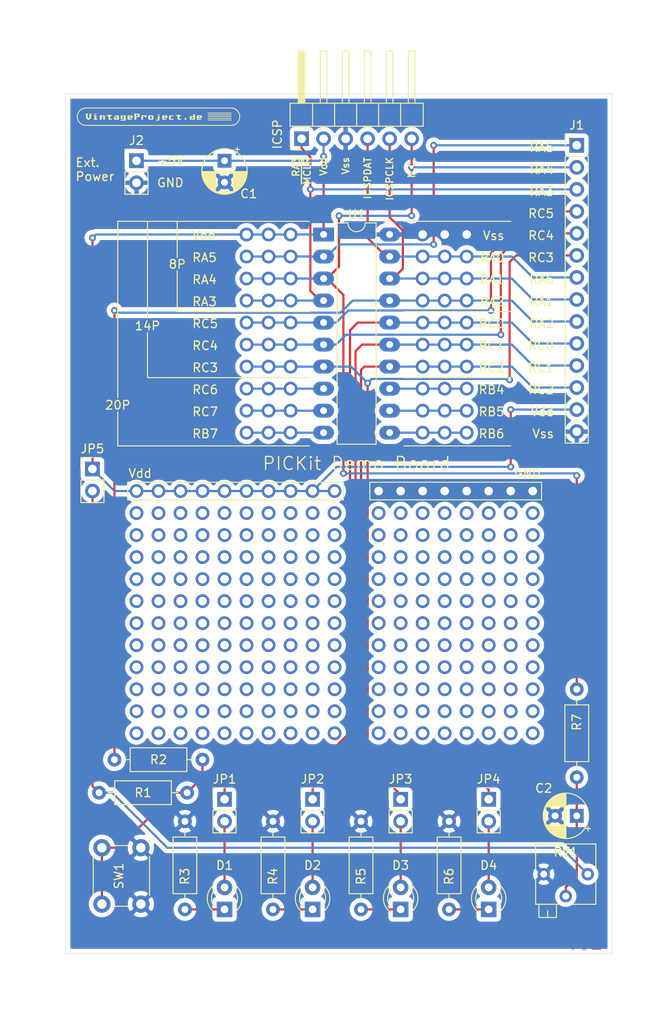
<source format=kicad_pcb>
(kicad_pcb (version 20171130) (host pcbnew "(5.1.4)-1")
  (title_block (title "MicroChip PICKit 3 Demo Board") (date 2019-05-31) (rev v01))
  (layers (0 F.Cu signal) (31 B.Cu signal) (34 B.Paste user) (35 F.Paste user) (36 B.SilkS user) (37 F.SilkS user) (38 B.Mask user) (39 F.Mask user) (44 Edge.Cuts user))
  (net 0 "")
  (net 1 GND)
  (net 2 +5V)
  (net 3 "Net-(C2-Pad1)")
  (net 4 "Net-(D1-Pad1)")
  (net 5 "Net-(D1-Pad2)")
  (net 6 "Net-(D2-Pad2)")
  (net 7 "Net-(D2-Pad1)")
  (net 8 "Net-(D3-Pad1)")
  (net 9 "Net-(D3-Pad2)")
  (net 10 "Net-(D4-Pad2)")
  (net 11 "Net-(D4-Pad1)")
  (net 12 RA5)
  (net 13 RA4_T1G)
  (net 14 RA3_~MCLR~_Vpp)
  (net 15 RC5)
  (net 16 RC4)
  (net 17 RC3)
  (net 18 RA0_ICSPDAT)
  (net 19 RA1_ICSPCLK)
  (net 20 RA2)
  (net 21 RC0)
  (net 22 RC1)
  (net 23 RC2)
  (net 24 "Net-(JP5-Pad2)")
  (net 25 "Net-(R1-Pad2)")
  (net 26 RB6)
  (net 27 RB5)
  (net 28 RB4)
  (net 29 RC6)
  (net 30 RC7)
  (net 31 RB7)
  (module C64_KiCad:LOGO_VintageProject_F.SilkS (layer F.Cu) (at 104.14 38.1)
    (fp_text reference G*** hide)
    (fp_text value LOGO_VintageProject_F.SilkS hide)
  )
  (module Resistor_THT:R_Axial_DIN0207_L6.3mm_D2.5mm_P10.16mm_Horizontal (layer F.Cu) (at 107.188 119.38 270)
    (fp_text reference R3 (at 6.35 0 90) (layer F.SilkS))
    (fp_text value 470R)
    (pad 2 thru_hole oval (at 10.16 0 270) (size 1.6 1.6) (drill 0.8) (layers *.Cu *.Mask) (net 4 "Net-(D1-Pad1)"))
    (pad 1 thru_hole circle (at 0 0 270) (size 1.6 1.6) (drill 0.8) (layers *.Cu *.Mask) (net 1 GND))
  )
  (module Resistor_THT:R_Axial_DIN0207_L6.3mm_D2.5mm_P10.16mm_Horizontal (layer F.Cu) (at 97.282 116.078)
    (fp_text reference R1 (at 5.08 0) (layer F.SilkS))
    (fp_text value 10k)
    (pad 2 thru_hole oval (at 10.16 0) (size 1.6 1.6) (drill 0.8) (layers *.Cu *.Mask) (net 25 "Net-(R1-Pad2)"))
    (pad 1 thru_hole circle (at 0 0) (size 1.6 1.6) (drill 0.8) (layers *.Cu *.Mask) (net 24 "Net-(JP5-Pad2)"))
  )
  (module Resistor_THT:R_Axial_DIN0207_L6.3mm_D2.5mm_P10.16mm_Horizontal (layer F.Cu) (at 109.22 112.268 180)
    (fp_text reference R2 (at 5.08 0) (layer F.SilkS))
    (fp_text value 1k)
    (pad 2 thru_hole oval (at 10.16 0 180) (size 1.6 1.6) (drill 0.8) (layers *.Cu *.Mask) (net 20 RA2))
    (pad 1 thru_hole circle (at 0 0 180) (size 1.6 1.6) (drill 0.8) (layers *.Cu *.Mask) (net 25 "Net-(R1-Pad2)"))
  )
  (module Resistor_THT:R_Axial_DIN0207_L6.3mm_D2.5mm_P10.16mm_Horizontal (layer F.Cu) (at 117.348 119.38 270)
    (fp_text reference R4 (at 6.35 0 90) (layer F.SilkS))
    (fp_text value 470R)
    (pad 2 thru_hole oval (at 10.16 0 270) (size 1.6 1.6) (drill 0.8) (layers *.Cu *.Mask) (net 7 "Net-(D2-Pad1)"))
    (pad 1 thru_hole circle (at 0 0 270) (size 1.6 1.6) (drill 0.8) (layers *.Cu *.Mask) (net 1 GND))
  )
  (module Resistor_THT:R_Axial_DIN0207_L6.3mm_D2.5mm_P10.16mm_Horizontal (layer F.Cu) (at 127.508 119.38 270)
    (fp_text reference R5 (at 6.35 0 90) (layer F.SilkS))
    (fp_text value 470R)
    (pad 2 thru_hole oval (at 10.16 0 270) (size 1.6 1.6) (drill 0.8) (layers *.Cu *.Mask) (net 8 "Net-(D3-Pad1)"))
    (pad 1 thru_hole circle (at 0 0 270) (size 1.6 1.6) (drill 0.8) (layers *.Cu *.Mask) (net 1 GND))
  )
  (module Resistor_THT:R_Axial_DIN0207_L6.3mm_D2.5mm_P10.16mm_Horizontal (layer F.Cu) (at 137.668 119.38 270)
    (fp_text reference R6 (at 6.35 0 90) (layer F.SilkS))
    (fp_text value 470R)
    (pad 2 thru_hole oval (at 10.16 0 270) (size 1.6 1.6) (drill 0.8) (layers *.Cu *.Mask) (net 11 "Net-(D4-Pad1)"))
    (pad 1 thru_hole circle (at 0 0 270) (size 1.6 1.6) (drill 0.8) (layers *.Cu *.Mask) (net 1 GND))
  )
  (module Resistor_THT:R_Axial_DIN0207_L6.3mm_D2.5mm_P10.16mm_Horizontal (layer F.Cu) (at 152.4 114.3 90)
    (fp_text reference R7 (at 6.35 0 90) (layer F.SilkS))
    (fp_text value 470R)
    (pad 2 thru_hole oval (at 10.16 0 90) (size 1.6 1.6) (drill 0.8) (layers *.Cu *.Mask) (net 13 RA4_T1G))
    (pad 1 thru_hole circle (at 0 0 90) (size 1.6 1.6) (drill 0.8) (layers *.Cu *.Mask) (net 3 "Net-(C2-Pad1)"))
  )
  (module LED_THT:LED_D3.0mm (layer F.Cu) (at 111.76 129.54 90)
    (fp_text reference D1 (at 5.08 0 180) (layer F.SilkS))
    (fp_text value LED)
    (pad 2 thru_hole circle (at 2.54 0 90) (size 1.8 1.8) (drill 0.9) (layers *.Cu *.Mask) (net 5 "Net-(D1-Pad2)"))
    (pad 1 thru_hole rect (at 0 0 90) (size 1.8 1.8) (drill 0.9) (layers *.Cu *.Mask) (net 4 "Net-(D1-Pad1)"))
  )
  (module LED_THT:LED_D3.0mm (layer F.Cu) (at 121.92 129.54 90)
    (fp_text reference D2 (at 5.08 0 180) (layer F.SilkS))
    (fp_text value LED)
    (pad 2 thru_hole circle (at 2.54 0 90) (size 1.8 1.8) (drill 0.9) (layers *.Cu *.Mask) (net 6 "Net-(D2-Pad2)"))
    (pad 1 thru_hole rect (at 0 0 90) (size 1.8 1.8) (drill 0.9) (layers *.Cu *.Mask) (net 7 "Net-(D2-Pad1)"))
  )
  (module LED_THT:LED_D3.0mm (layer F.Cu) (at 132.08 129.54 90)
    (fp_text reference D3 (at 5.08 0 180) (layer F.SilkS))
    (fp_text value LED)
    (pad 2 thru_hole circle (at 2.54 0 90) (size 1.8 1.8) (drill 0.9) (layers *.Cu *.Mask) (net 9 "Net-(D3-Pad2)"))
    (pad 1 thru_hole rect (at 0 0 90) (size 1.8 1.8) (drill 0.9) (layers *.Cu *.Mask) (net 8 "Net-(D3-Pad1)"))
  )
  (module LED_THT:LED_D3.0mm (layer F.Cu) (at 142.24 129.54 90)
    (fp_text reference D4 (at 5.08 0 180) (layer F.SilkS))
    (fp_text value LED)
    (pad 2 thru_hole circle (at 2.54 0 90) (size 1.8 1.8) (drill 0.9) (layers *.Cu *.Mask) (net 10 "Net-(D4-Pad2)"))
    (pad 1 thru_hole rect (at 0 0 90) (size 1.8 1.8) (drill 0.9) (layers *.Cu *.Mask) (net 11 "Net-(D4-Pad1)"))
  )
  (module Capacitor_THT:CP_Radial_D5.0mm_P2.50mm (layer F.Cu) (at 111.76 43.18 270)
    (fp_text reference C1 (at 3.81 -2.794 180) (layer F.SilkS))
    (fp_text value 100nF)
    (pad 2 thru_hole circle (at 2.5 0 270) (size 1.6 1.6) (drill 0.8) (layers *.Cu *.Mask) (net 1 GND))
    (pad 1 thru_hole rect (at 0 0 270) (size 1.6 1.6) (drill 0.8) (layers *.Cu *.Mask) (net 2 +5V))
  )
  (module Capacitor_THT:CP_Radial_D5.0mm_P2.50mm (layer F.Cu) (at 152.4 118.745 180)
    (fp_text reference C2 (at 3.81 3.175) (layer F.SilkS))
    (fp_text value 100nF)
    (pad 2 thru_hole circle (at 2.5 0 180) (size 1.6 1.6) (drill 0.8) (layers *.Cu *.Mask) (net 1 GND))
    (pad 1 thru_hole rect (at 0 0 180) (size 1.6 1.6) (drill 0.8) (layers *.Cu *.Mask) (net 3 "Net-(C2-Pad1)"))
  )
  (module Connector_PinHeader_2.54mm:PinHeader_1x14_P2.54mm_Vertical (layer F.Cu) (at 152.4 41.402)
    (fp_text reference J1 (at 0 -2.33) (layer F.SilkS))
    (fp_text value Conn_01x14)
    (pad 1 thru_hole rect (at 0 0) (size 1.7 1.7) (drill 1) (layers *.Cu *.Mask) (net 12 RA5))
    (pad 2 thru_hole oval (at 0 2.54) (size 1.7 1.7) (drill 1) (layers *.Cu *.Mask) (net 13 RA4_T1G))
    (pad 3 thru_hole oval (at 0 5.08) (size 1.7 1.7) (drill 1) (layers *.Cu *.Mask) (net 14 RA3_~MCLR~_Vpp))
    (pad 4 thru_hole oval (at 0 7.62) (size 1.7 1.7) (drill 1) (layers *.Cu *.Mask) (net 15 RC5))
    (pad 5 thru_hole oval (at 0 10.16) (size 1.7 1.7) (drill 1) (layers *.Cu *.Mask) (net 16 RC4))
    (pad 6 thru_hole oval (at 0 12.7) (size 1.7 1.7) (drill 1) (layers *.Cu *.Mask) (net 17 RC3))
    (pad 7 thru_hole oval (at 0 15.24) (size 1.7 1.7) (drill 1) (layers *.Cu *.Mask) (net 18 RA0_ICSPDAT))
    (pad 8 thru_hole oval (at 0 17.78) (size 1.7 1.7) (drill 1) (layers *.Cu *.Mask) (net 19 RA1_ICSPCLK))
    (pad 9 thru_hole oval (at 0 20.32) (size 1.7 1.7) (drill 1) (layers *.Cu *.Mask) (net 20 RA2))
    (pad 10 thru_hole oval (at 0 22.86) (size 1.7 1.7) (drill 1) (layers *.Cu *.Mask) (net 21 RC0))
    (pad 11 thru_hole oval (at 0 25.4) (size 1.7 1.7) (drill 1) (layers *.Cu *.Mask) (net 22 RC1))
    (pad 12 thru_hole oval (at 0 27.94) (size 1.7 1.7) (drill 1) (layers *.Cu *.Mask) (net 23 RC2))
    (pad 13 thru_hole oval (at 0 30.48) (size 1.7 1.7) (drill 1) (layers *.Cu *.Mask) (net 2 +5V))
    (pad 14 thru_hole oval (at 0 33.02) (size 1.7 1.7) (drill 1) (layers *.Cu *.Mask) (net 1 GND))
  )
  (module Connector_PinHeader_2.54mm:PinHeader_1x02_P2.54mm_Vertical (layer F.Cu) (at 101.6 43.18)
    (fp_text reference J2 (at 0 -2.33) (layer F.SilkS))
    (fp_text value ExtPower hide)
    (pad 1 thru_hole rect (at 0 0) (size 1.7 1.7) (drill 1) (layers *.Cu *.Mask) (net 2 +5V))
    (pad 2 thru_hole oval (at 0 2.54) (size 1.7 1.7) (drill 1) (layers *.Cu *.Mask) (net 1 GND))
  )
  (module Connector_PinHeader_2.54mm:PinHeader_1x02_P2.54mm_Vertical (layer F.Cu) (at 111.76 116.84)
    (fp_text reference JP1 (at 0 -2.33) (layer F.SilkS))
    (fp_text value Jumper_2_Open hide)
    (pad 2 thru_hole oval (at 0 2.54) (size 1.7 1.7) (drill 1) (layers *.Cu *.Mask) (net 5 "Net-(D1-Pad2)"))
    (pad 1 thru_hole rect (at 0 0) (size 1.7 1.7) (drill 1) (layers *.Cu *.Mask) (net 21 RC0))
  )
  (module Connector_PinHeader_2.54mm:PinHeader_1x02_P2.54mm_Vertical (layer F.Cu) (at 121.92 116.84)
    (fp_text reference JP2 (at 0 -2.33) (layer F.SilkS))
    (fp_text value Jumper_2_Open hide)
    (pad 1 thru_hole rect (at 0 0) (size 1.7 1.7) (drill 1) (layers *.Cu *.Mask) (net 22 RC1))
    (pad 2 thru_hole oval (at 0 2.54) (size 1.7 1.7) (drill 1) (layers *.Cu *.Mask) (net 6 "Net-(D2-Pad2)"))
  )
  (module Connector_PinHeader_2.54mm:PinHeader_1x02_P2.54mm_Vertical (layer F.Cu) (at 132.08 116.84)
    (fp_text reference JP3 (at 0 -2.33) (layer F.SilkS))
    (fp_text value Jumper_2_Open)
    (pad 2 thru_hole oval (at 0 2.54) (size 1.7 1.7) (drill 1) (layers *.Cu *.Mask) (net 9 "Net-(D3-Pad2)"))
    (pad 1 thru_hole rect (at 0 0) (size 1.7 1.7) (drill 1) (layers *.Cu *.Mask) (net 23 RC2))
  )
  (module Connector_PinHeader_2.54mm:PinHeader_1x02_P2.54mm_Vertical (layer F.Cu) (at 142.24 116.84)
    (fp_text reference JP4 (at 0 -2.33) (layer F.SilkS))
    (fp_text value Jumper_2_Open)
    (pad 1 thru_hole rect (at 0 0) (size 1.7 1.7) (drill 1) (layers *.Cu *.Mask) (net 17 RC3))
    (pad 2 thru_hole oval (at 0 2.54) (size 1.7 1.7) (drill 1) (layers *.Cu *.Mask) (net 10 "Net-(D4-Pad2)"))
  )
  (module Connector_PinHeader_2.54mm:PinHeader_1x02_P2.54mm_Vertical (layer F.Cu) (at 96.52 78.74)
    (fp_text reference JP5 (at 0 -2.33) (layer F.SilkS))
    (fp_text value ExtPower hide)
    (pad 2 thru_hole oval (at 0 2.54) (size 1.7 1.7) (drill 1) (layers *.Cu *.Mask) (net 24 "Net-(JP5-Pad2)"))
    (pad 1 thru_hole rect (at 0 0) (size 1.7 1.7) (drill 1) (layers *.Cu *.Mask) (net 2 +5V))
  )
  (module Connector_PinHeader_2.54mm:PinHeader_1x06_P2.54mm_Horizontal (layer F.Cu) (at 120.65 40.64 90)
    (fp_text reference ICSP (at 0.508 -2.794 270) (layer F.SilkS))
    (fp_text value ICSP_MICROCHIP)
    (pad 1 thru_hole rect (at 0 0 90) (size 1.7 1.7) (drill 1) (layers *.Cu *.Mask) (net 14 RA3_~MCLR~_Vpp))
    (pad 2 thru_hole oval (at 0 2.54 90) (size 1.7 1.7) (drill 1) (layers *.Cu *.Mask) (net 2 +5V))
    (pad 3 thru_hole oval (at 0 5.08 90) (size 1.7 1.7) (drill 1) (layers *.Cu *.Mask) (net 1 GND))
    (pad 4 thru_hole oval (at 0 7.62 90) (size 1.7 1.7) (drill 1) (layers *.Cu *.Mask) (net 18 RA0_ICSPDAT))
    (pad 5 thru_hole oval (at 0 10.16 90) (size 1.7 1.7) (drill 1) (layers *.Cu *.Mask) (net 19 RA1_ICSPCLK))
    (pad 6 thru_hole oval (at 0 12.7 90) (size 1.7 1.7) (drill 1) (layers *.Cu *.Mask) (net 13 RA4_T1G))
  )
  (module Potentiometer_THT:Potentiometer_Bourns_3266P_Horizontal (layer F.Cu) (at 148.59 125.476 90)
    (fp_text reference RV1 (at 2.54 2.54 180) (layer F.SilkS))
    (fp_text value "10k TRIM")
    (pad 1 thru_hole circle (at 0 0 90) (size 1.44 1.44) (drill 0.8) (layers *.Cu *.Mask) (net 1 GND))
    (pad 2 thru_hole circle (at -2.54 2.54 90) (size 1.44 1.44) (drill 0.8) (layers *.Cu *.Mask) (net 3 "Net-(C2-Pad1)"))
    (pad 3 thru_hole circle (at 0 5.08 90) (size 1.44 1.44) (drill 0.8) (layers *.Cu *.Mask) (net 24 "Net-(JP5-Pad2)"))
  )
  (module Button_Switch_THT:SW_PUSH_6mm_H5mm (layer F.Cu) (at 102.108 122.428 270)
    (fp_text reference SW1 (at 3.25 2.54 90) (layer F.SilkS))
    (fp_text value SW_Push)
    (pad 2 thru_hole circle (at 0 4.5) (size 2 2) (drill 1.1) (layers *.Cu *.Mask) (net 25 "Net-(R1-Pad2)"))
    (pad 1 thru_hole circle (at 0 0) (size 2 2) (drill 1.1) (layers *.Cu *.Mask) (net 1 GND))
    (pad 2 thru_hole circle (at 6.5 4.5) (size 2 2) (drill 1.1) (layers *.Cu *.Mask) (net 25 "Net-(R1-Pad2)"))
    (pad 1 thru_hole circle (at 6.5 0) (size 2 2) (drill 1.1) (layers *.Cu *.Mask) (net 1 GND))
  )
  (module Package_DIP:DIP-20_W7.62mm_LongPads (layer F.Cu) (at 123.19 51.689)
    (fp_text reference U1 (at 3.81 -2.33) (layer F.SilkS))
    (fp_text value PIC16F687-IP)
    (pad 1 thru_hole rect (at 0 0) (size 2.4 1.6) (drill 0.8) (layers *.Cu *.Mask) (net 2 +5V))
    (pad 11 thru_hole oval (at 7.62 22.86) (size 2.4 1.6) (drill 0.8) (layers *.Cu *.Mask) (net 26 RB6))
    (pad 2 thru_hole oval (at 0 2.54) (size 2.4 1.6) (drill 0.8) (layers *.Cu *.Mask) (net 12 RA5))
    (pad 12 thru_hole oval (at 7.62 20.32) (size 2.4 1.6) (drill 0.8) (layers *.Cu *.Mask) (net 27 RB5))
    (pad 3 thru_hole oval (at 0 5.08) (size 2.4 1.6) (drill 0.8) (layers *.Cu *.Mask) (net 13 RA4_T1G))
    (pad 13 thru_hole oval (at 7.62 17.78) (size 2.4 1.6) (drill 0.8) (layers *.Cu *.Mask) (net 28 RB4))
    (pad 4 thru_hole oval (at 0 7.62) (size 2.4 1.6) (drill 0.8) (layers *.Cu *.Mask) (net 14 RA3_~MCLR~_Vpp))
    (pad 14 thru_hole oval (at 7.62 15.24) (size 2.4 1.6) (drill 0.8) (layers *.Cu *.Mask) (net 23 RC2))
    (pad 5 thru_hole oval (at 0 10.16) (size 2.4 1.6) (drill 0.8) (layers *.Cu *.Mask) (net 15 RC5))
    (pad 15 thru_hole oval (at 7.62 12.7) (size 2.4 1.6) (drill 0.8) (layers *.Cu *.Mask) (net 22 RC1))
    (pad 6 thru_hole oval (at 0 12.7) (size 2.4 1.6) (drill 0.8) (layers *.Cu *.Mask) (net 16 RC4))
    (pad 16 thru_hole oval (at 7.62 10.16) (size 2.4 1.6) (drill 0.8) (layers *.Cu *.Mask) (net 21 RC0))
    (pad 7 thru_hole oval (at 0 15.24) (size 2.4 1.6) (drill 0.8) (layers *.Cu *.Mask) (net 17 RC3))
    (pad 17 thru_hole oval (at 7.62 7.62) (size 2.4 1.6) (drill 0.8) (layers *.Cu *.Mask) (net 20 RA2))
    (pad 8 thru_hole oval (at 0 17.78) (size 2.4 1.6) (drill 0.8) (layers *.Cu *.Mask) (net 29 RC6))
    (pad 18 thru_hole oval (at 7.62 5.08) (size 2.4 1.6) (drill 0.8) (layers *.Cu *.Mask) (net 19 RA1_ICSPCLK))
    (pad 9 thru_hole oval (at 0 20.32) (size 2.4 1.6) (drill 0.8) (layers *.Cu *.Mask) (net 30 RC7))
    (pad 19 thru_hole oval (at 7.62 2.54) (size 2.4 1.6) (drill 0.8) (layers *.Cu *.Mask) (net 18 RA0_ICSPDAT))
    (pad 10 thru_hole oval (at 0 22.86) (size 2.4 1.6) (drill 0.8) (layers *.Cu *.Mask) (net 31 RB7))
    (pad 20 thru_hole oval (at 7.62 0) (size 2.4 1.6) (drill 0.8) (layers *.Cu *.Mask) (net 1 GND))
  )
  (gr_text "PICKit Demo Board" (at 127 78.105) (layer F.SilkS) (effects (font (size 1.5 1.5))))
  (gr_text v01 (at 155.575 133.35) (layer F.Cu) (effects (font (size 1.5 1.5) (thickness 0.3)) (justify right)))
  (gr_text GND (at 103.886 45.72) (layer F.SilkS) (effects (font (size 1 1)) (justify left)))
  (gr_text +5V (at 103.886 43.18) (layer F.SilkS) (effects (font (size 1 1)) (justify left)))
  (gr_text N.C. (at 133.35 42.672 90) (layer F.SilkS) (effects (font (size 0.8 0.8)) (justify right)))
  (gr_text ICSPCLK (at 130.81 42.672 90) (layer F.SilkS) (effects (font (size 0.8 0.8)) (justify right)))
  (gr_text ICSPDAT (at 128.27 42.672 90) (layer F.SilkS) (effects (font (size 0.8 0.8)) (justify right)))
  (gr_text Vss (at 125.73 42.672 90) (layer F.SilkS) (effects (font (size 0.8 0.8)) (justify right)))
  (gr_text Vdd (at 123.19 42.672 90) (layer F.SilkS) (effects (font (size 0.8 0.8)) (justify right)))
  (gr_text "RA3\n~MCLR" (at 120.65 42.672 90) (layer F.SilkS) (effects (font (size 0.8 0.8)) (justify right)))
  (gr_text Vss (at 149.86 74.676) (layer F.SilkS) (effects (font (size 1 1)) (justify right)))
  (gr_text Vdd (at 149.86 72.136) (layer F.SilkS) (effects (font (size 1 1)) (justify right)))
  (gr_text RC2 (at 149.86 69.596) (layer F.SilkS) (effects (font (size 1 1)) (justify right)))
  (gr_text RC1 (at 149.86 67.056) (layer F.SilkS) (effects (font (size 1 1)) (justify right)))
  (gr_text RC0 (at 149.86 64.516) (layer F.SilkS) (effects (font (size 1 1)) (justify right)))
  (gr_text RA2 (at 149.86 61.976) (layer F.SilkS) (effects (font (size 1 1)) (justify right)))
  (gr_text RA1 (at 149.86 59.436) (layer F.SilkS) (effects (font (size 1 1)) (justify right)))
  (gr_text RA6 (at 149.86 56.896) (layer F.SilkS) (effects (font (size 1 1)) (justify right)))
  (gr_text RC3 (at 149.86 54.356) (layer F.SilkS) (effects (font (size 1 1)) (justify right)))
  (gr_text RC4 (at 149.86 51.816) (layer F.SilkS) (effects (font (size 1 1)) (justify right)))
  (gr_text RC5 (at 149.86 49.276) (layer F.SilkS) (effects (font (size 1 1)) (justify right)))
  (gr_text RA3 (at 149.86 46.736) (layer F.SilkS) (effects (font (size 1 1)) (justify right)))
  (gr_text RA4 (at 149.86 44.196) (layer F.SilkS) (effects (font (size 1 1)) (justify right)))
  (gr_text RA5 (at 149.86 41.656) (layer F.SilkS) (effects (font (size 1 1)) (justify right)))
  (gr_text "Ext.\nPower" (at 94.488 44.196) (layer F.SilkS) (effects (font (size 1 1)) (justify left)))
  (gr_text RB6 (at 144.145 74.676) (layer F.SilkS) (effects (font (size 1 1)) (justify right)))
  (gr_text RB5 (at 144.145 72.136) (layer F.SilkS) (effects (font (size 1 1)) (justify right)))
  (gr_text RB4 (at 144.145 69.596) (layer F.SilkS) (effects (font (size 1 1)) (justify right)))
  (gr_text RC2 (at 144.145 67.056) (layer F.SilkS) (effects (font (size 1 1)) (justify right)))
  (gr_text RC1 (at 144.145 64.516) (layer F.SilkS) (effects (font (size 1 1)) (justify right)))
  (gr_text RC0 (at 144.145 61.976) (layer F.SilkS) (effects (font (size 1 1)) (justify right)))
  (gr_text RA2 (at 144.145 59.436) (layer F.SilkS) (effects (font (size 1 1)) (justify right)))
  (gr_text RA1 (at 144.145 56.896) (layer F.SilkS) (effects (font (size 1 1)) (justify right)))
  (gr_text RA0 (at 144.145 54.356) (layer F.SilkS) (effects (font (size 1 1)) (justify right)))
  (gr_text Vss (at 144.145 51.816) (layer F.SilkS) (effects (font (size 1 1)) (justify right)))
  (gr_text RB7 (at 107.95 74.676) (layer F.SilkS) (effects (font (size 1 1)) (justify left)))
  (gr_text RC7 (at 107.95 72.136) (layer F.SilkS) (effects (font (size 1 1)) (justify left)))
  (gr_text RC6 (at 107.95 69.596) (layer F.SilkS) (effects (font (size 1 1)) (justify left)))
  (gr_text RC5 (at 107.95 61.976) (layer F.SilkS) (effects (font (size 1 1)) (justify left)))
  (gr_text RC3 (at 107.95 67.056) (layer F.SilkS) (effects (font (size 1 1)) (justify left)))
  (gr_text RC4 (at 107.95 64.516) (layer F.SilkS) (effects (font (size 1 1)) (justify left)))
  (gr_text RA3 (at 107.95 59.436) (layer F.SilkS) (effects (font (size 1 1)) (justify left)))
  (gr_text RA4 (at 107.95 56.896) (layer F.SilkS) (effects (font (size 1 1)) (justify left)))
  (gr_text RA5 (at 107.95 54.356) (layer F.SilkS) (effects (font (size 1 1)) (justify left)))
  (gr_text Vdd (at 107.95 51.816) (layer F.SilkS) (effects (font (size 1 1)) (justify left)))
  (gr_line (start 144.78 68.199) (end 132.461 68.199) (layer F.SilkS) (width 0.12))
  (gr_line (start 144.78 60.579) (end 132.461 60.579) (layer F.SilkS) (width 0.12))
  (gr_line (start 144.78 50.165) (end 132.461 50.165) (layer F.SilkS) (width 0.12))
  (gr_line (start 132.461 76.073) (end 144.78 76.073) (layer F.SilkS) (width 0.12))
  (gr_line (start 128.524 80.264) (end 128.524 82.296) (layer F.SilkS) (width 0.12))
  (gr_line (start 148.336 80.264) (end 128.524 80.264) (layer F.SilkS) (width 0.12))
  (gr_line (start 148.336 82.296) (end 148.336 80.264) (layer F.SilkS) (width 0.12))
  (gr_line (start 128.524 82.296) (end 148.336 82.296) (layer F.SilkS) (width 0.12))
  (gr_text GND (at 148.336 79.248) (layer F.SilkS) (effects (font (size 1 1)) (justify right)))
  (gr_text Vdd (at 100.584 79.248) (layer F.SilkS) (effects (font (size 1 1)) (justify left)))
  (gr_line (start 125.476 82.296) (end 125.476 80.264) (layer F.SilkS) (width 0.12))
  (gr_line (start 100.584 82.296) (end 125.476 82.296) (layer F.SilkS) (width 0.12))
  (gr_line (start 100.584 80.264) (end 100.584 82.296) (layer F.SilkS) (width 0.12))
  (gr_line (start 125.476 80.264) (end 100.584 80.264) (layer F.SilkS) (width 0.12))
  (gr_line (start 99.441 72.136) (end 99.441 76.073) (layer F.SilkS) (width 0.12))
  (gr_text 20P (at 99.441 71.374) (layer F.SilkS) (effects (font (size 1 1))))
  (gr_line (start 102.87 62.992) (end 102.87 68.199) (layer F.SilkS) (width 0.12))
  (gr_line (start 106.299 55.88) (end 106.299 60.579) (layer F.SilkS) (width 0.12))
  (gr_text 14P (at 102.87 62.23) (layer F.SilkS) (effects (font (size 1 1))))
  (gr_text 8P (at 106.299 55.118) (layer F.SilkS) (effects (font (size 1 1))))
  (gr_line (start 121.539 68.199) (end 102.87 68.199) (layer F.SilkS) (width 0.12))
  (gr_line (start 106.299 50.165) (end 106.299 54.356) (layer F.SilkS) (width 0.12))
  (gr_line (start 102.87 50.165) (end 102.87 61.341) (layer F.SilkS) (width 0.12))
  (gr_line (start 121.539 60.579) (end 106.299 60.579) (layer F.SilkS) (width 0.12))
  (gr_line (start 99.441 76.073) (end 121.539 76.073) (layer F.SilkS) (width 0.12))
  (gr_line (start 99.441 50.165) (end 99.441 70.485) (layer F.SilkS) (width 0.12))
  (gr_line (start 121.539 50.165) (end 99.441 50.165) (layer F.SilkS) (width 0.12))
  (gr_line (start 93.44 35.48) (end 93.44 134.62) (layer Edge.Cuts) (width 0.05))
  (gr_line (start 156.48 35.48) (end 93.44 35.48) (layer Edge.Cuts) (width 0.05))
  (gr_line (start 156.48 134.62) (end 156.48 35.48) (layer Edge.Cuts) (width 0.05))
  (gr_line (start 93.44 134.62) (end 156.48 134.62) (layer Edge.Cuts) (width 0.05))
  (via (at 106.68 83.82) (size 1.6) (drill 1) (layers F.Cu B.Cu) (net 0))
  (via (at 109.22 83.82) (size 1.6) (drill 1) (layers F.Cu B.Cu) (net 0))
  (via (at 111.76 83.82) (size 1.6) (drill 1) (layers F.Cu B.Cu) (net 0))
  (via (at 114.3 83.82) (size 1.6) (drill 1) (layers F.Cu B.Cu) (net 0))
  (via (at 116.84 83.82) (size 1.6) (drill 1) (layers F.Cu B.Cu) (net 0))
  (via (at 119.38 83.82) (size 1.6) (drill 1) (layers F.Cu B.Cu) (net 0))
  (via (at 121.92 83.82) (size 1.6) (drill 1) (layers F.Cu B.Cu) (net 0))
  (via (at 124.46 83.82) (size 1.6) (drill 1) (layers F.Cu B.Cu) (net 0))
  (via (at 106.68 86.36) (size 1.6) (drill 1) (layers F.Cu B.Cu) (net 0))
  (via (at 109.22 86.36) (size 1.6) (drill 1) (layers F.Cu B.Cu) (net 0))
  (via (at 111.76 86.36) (size 1.6) (drill 1) (layers F.Cu B.Cu) (net 0))
  (via (at 114.3 86.36) (size 1.6) (drill 1) (layers F.Cu B.Cu) (net 0))
  (via (at 116.84 86.36) (size 1.6) (drill 1) (layers F.Cu B.Cu) (net 0))
  (via (at 119.38 86.36) (size 1.6) (drill 1) (layers F.Cu B.Cu) (net 0))
  (via (at 121.92 86.36) (size 1.6) (drill 1) (layers F.Cu B.Cu) (net 0))
  (via (at 124.46 86.36) (size 1.6) (drill 1) (layers F.Cu B.Cu) (net 0))
  (via (at 106.68 88.9) (size 1.6) (drill 1) (layers F.Cu B.Cu) (net 0))
  (via (at 109.22 88.9) (size 1.6) (drill 1) (layers F.Cu B.Cu) (net 0))
  (via (at 111.76 88.9) (size 1.6) (drill 1) (layers F.Cu B.Cu) (net 0))
  (via (at 114.3 88.9) (size 1.6) (drill 1) (layers F.Cu B.Cu) (net 0))
  (via (at 116.84 88.9) (size 1.6) (drill 1) (layers F.Cu B.Cu) (net 0))
  (via (at 119.38 88.9) (size 1.6) (drill 1) (layers F.Cu B.Cu) (net 0))
  (via (at 121.92 88.9) (size 1.6) (drill 1) (layers F.Cu B.Cu) (net 0))
  (via (at 124.46 88.9) (size 1.6) (drill 1) (layers F.Cu B.Cu) (net 0))
  (via (at 106.68 91.44) (size 1.6) (drill 1) (layers F.Cu B.Cu) (net 0))
  (via (at 109.22 91.44) (size 1.6) (drill 1) (layers F.Cu B.Cu) (net 0))
  (via (at 111.76 91.44) (size 1.6) (drill 1) (layers F.Cu B.Cu) (net 0))
  (via (at 114.3 91.44) (size 1.6) (drill 1) (layers F.Cu B.Cu) (net 0))
  (via (at 116.84 91.44) (size 1.6) (drill 1) (layers F.Cu B.Cu) (net 0))
  (via (at 119.38 91.44) (size 1.6) (drill 1) (layers F.Cu B.Cu) (net 0))
  (via (at 121.92 91.44) (size 1.6) (drill 1) (layers F.Cu B.Cu) (net 0))
  (via (at 124.46 91.44) (size 1.6) (drill 1) (layers F.Cu B.Cu) (net 0))
  (via (at 106.68 93.98) (size 1.6) (drill 1) (layers F.Cu B.Cu) (net 0))
  (via (at 109.22 93.98) (size 1.6) (drill 1) (layers F.Cu B.Cu) (net 0))
  (via (at 111.76 93.98) (size 1.6) (drill 1) (layers F.Cu B.Cu) (net 0))
  (via (at 114.3 93.98) (size 1.6) (drill 1) (layers F.Cu B.Cu) (net 0))
  (via (at 116.84 93.98) (size 1.6) (drill 1) (layers F.Cu B.Cu) (net 0))
  (via (at 119.38 93.98) (size 1.6) (drill 1) (layers F.Cu B.Cu) (net 0))
  (via (at 121.92 93.98) (size 1.6) (drill 1) (layers F.Cu B.Cu) (net 0))
  (via (at 124.46 93.98) (size 1.6) (drill 1) (layers F.Cu B.Cu) (net 0))
  (via (at 106.68 96.52) (size 1.6) (drill 1) (layers F.Cu B.Cu) (net 0))
  (via (at 109.22 96.52) (size 1.6) (drill 1) (layers F.Cu B.Cu) (net 0))
  (via (at 111.76 96.52) (size 1.6) (drill 1) (layers F.Cu B.Cu) (net 0))
  (via (at 114.3 96.52) (size 1.6) (drill 1) (layers F.Cu B.Cu) (net 0))
  (via (at 116.84 96.52) (size 1.6) (drill 1) (layers F.Cu B.Cu) (net 0))
  (via (at 119.38 96.52) (size 1.6) (drill 1) (layers F.Cu B.Cu) (net 0))
  (via (at 121.92 96.52) (size 1.6) (drill 1) (layers F.Cu B.Cu) (net 0))
  (via (at 124.46 96.52) (size 1.6) (drill 1) (layers F.Cu B.Cu) (net 0))
  (via (at 106.68 99.06) (size 1.6) (drill 1) (layers F.Cu B.Cu) (net 0))
  (via (at 109.22 99.06) (size 1.6) (drill 1) (layers F.Cu B.Cu) (net 0))
  (via (at 111.76 99.06) (size 1.6) (drill 1) (layers F.Cu B.Cu) (net 0))
  (via (at 114.3 99.06) (size 1.6) (drill 1) (layers F.Cu B.Cu) (net 0))
  (via (at 116.84 99.06) (size 1.6) (drill 1) (layers F.Cu B.Cu) (net 0))
  (via (at 119.38 99.06) (size 1.6) (drill 1) (layers F.Cu B.Cu) (net 0))
  (via (at 121.92 99.06) (size 1.6) (drill 1) (layers F.Cu B.Cu) (net 0))
  (via (at 124.46 99.06) (size 1.6) (drill 1) (layers F.Cu B.Cu) (net 0))
  (via (at 106.68 101.6) (size 1.6) (drill 1) (layers F.Cu B.Cu) (net 0))
  (via (at 109.22 101.6) (size 1.6) (drill 1) (layers F.Cu B.Cu) (net 0))
  (via (at 111.76 101.6) (size 1.6) (drill 1) (layers F.Cu B.Cu) (net 0))
  (via (at 114.3 101.6) (size 1.6) (drill 1) (layers F.Cu B.Cu) (net 0))
  (via (at 116.84 101.6) (size 1.6) (drill 1) (layers F.Cu B.Cu) (net 0))
  (via (at 119.38 101.6) (size 1.6) (drill 1) (layers F.Cu B.Cu) (net 0))
  (via (at 121.92 101.6) (size 1.6) (drill 1) (layers F.Cu B.Cu) (net 0))
  (via (at 124.46 101.6) (size 1.6) (drill 1) (layers F.Cu B.Cu) (net 0))
  (via (at 106.68 104.14) (size 1.6) (drill 1) (layers F.Cu B.Cu) (net 0))
  (via (at 109.22 104.14) (size 1.6) (drill 1) (layers F.Cu B.Cu) (net 0))
  (via (at 111.76 104.14) (size 1.6) (drill 1) (layers F.Cu B.Cu) (net 0))
  (via (at 114.3 104.14) (size 1.6) (drill 1) (layers F.Cu B.Cu) (net 0))
  (via (at 116.84 104.14) (size 1.6) (drill 1) (layers F.Cu B.Cu) (net 0))
  (via (at 119.38 104.14) (size 1.6) (drill 1) (layers F.Cu B.Cu) (net 0))
  (via (at 121.92 104.14) (size 1.6) (drill 1) (layers F.Cu B.Cu) (net 0))
  (via (at 124.46 104.14) (size 1.6) (drill 1) (layers F.Cu B.Cu) (net 0))
  (via (at 106.68 106.68) (size 1.6) (drill 1) (layers F.Cu B.Cu) (net 0))
  (via (at 109.22 106.68) (size 1.6) (drill 1) (layers F.Cu B.Cu) (net 0))
  (via (at 111.76 106.68) (size 1.6) (drill 1) (layers F.Cu B.Cu) (net 0))
  (via (at 114.3 106.68) (size 1.6) (drill 1) (layers F.Cu B.Cu) (net 0))
  (via (at 116.84 106.68) (size 1.6) (drill 1) (layers F.Cu B.Cu) (net 0))
  (via (at 119.38 106.68) (size 1.6) (drill 1) (layers F.Cu B.Cu) (net 0))
  (via (at 121.92 106.68) (size 1.6) (drill 1) (layers F.Cu B.Cu) (net 0))
  (via (at 124.46 106.68) (size 1.6) (drill 1) (layers F.Cu B.Cu) (net 0))
  (via (at 106.68 109.22) (size 1.6) (drill 1) (layers F.Cu B.Cu) (net 0))
  (via (at 109.22 109.22) (size 1.6) (drill 1) (layers F.Cu B.Cu) (net 0))
  (via (at 111.76 109.22) (size 1.6) (drill 1) (layers F.Cu B.Cu) (net 0))
  (via (at 114.3 109.22) (size 1.6) (drill 1) (layers F.Cu B.Cu) (net 0))
  (via (at 116.84 109.22) (size 1.6) (drill 1) (layers F.Cu B.Cu) (net 0))
  (via (at 119.38 109.22) (size 1.6) (drill 1) (layers F.Cu B.Cu) (net 0))
  (via (at 121.92 109.22) (size 1.6) (drill 1) (layers F.Cu B.Cu) (net 0))
  (via (at 124.46 109.22) (size 1.6) (drill 1) (layers F.Cu B.Cu) (net 0))
  (via (at 137.16 109.22) (size 1.6) (drill 1) (layers F.Cu B.Cu) (net 0))
  (via (at 134.62 106.68) (size 1.6) (drill 1) (layers F.Cu B.Cu) (net 0))
  (via (at 137.16 104.14) (size 1.6) (drill 1) (layers F.Cu B.Cu) (net 0))
  (via (at 132.08 109.22) (size 1.6) (drill 1) (layers F.Cu B.Cu) (net 0))
  (via (at 144.78 106.68) (size 1.6) (drill 1) (layers F.Cu B.Cu) (net 0))
  (via (at 134.62 109.22) (size 1.6) (drill 1) (layers F.Cu B.Cu) (net 0))
  (via (at 137.16 106.68) (size 1.6) (drill 1) (layers F.Cu B.Cu) (net 0))
  (via (at 144.78 109.22) (size 1.6) (drill 1) (layers F.Cu B.Cu) (net 0))
  (via (at 144.78 104.14) (size 1.6) (drill 1) (layers F.Cu B.Cu) (net 0))
  (via (at 129.54 106.68) (size 1.6) (drill 1) (layers F.Cu B.Cu) (net 0))
  (via (at 139.7 109.22) (size 1.6) (drill 1) (layers F.Cu B.Cu) (net 0))
  (via (at 147.32 109.22) (size 1.6) (drill 1) (layers F.Cu B.Cu) (net 0))
  (via (at 147.32 106.68) (size 1.6) (drill 1) (layers F.Cu B.Cu) (net 0))
  (via (at 139.7 104.14) (size 1.6) (drill 1) (layers F.Cu B.Cu) (net 0))
  (via (at 142.24 109.22) (size 1.6) (drill 1) (layers F.Cu B.Cu) (net 0))
  (via (at 129.54 109.22) (size 1.6) (drill 1) (layers F.Cu B.Cu) (net 0))
  (via (at 132.08 106.68) (size 1.6) (drill 1) (layers F.Cu B.Cu) (net 0))
  (via (at 142.24 106.68) (size 1.6) (drill 1) (layers F.Cu B.Cu) (net 0))
  (via (at 139.7 106.68) (size 1.6) (drill 1) (layers F.Cu B.Cu) (net 0))
  (via (at 147.32 104.14) (size 1.6) (drill 1) (layers F.Cu B.Cu) (net 0))
  (via (at 142.24 104.14) (size 1.6) (drill 1) (layers F.Cu B.Cu) (net 0))
  (via (at 132.08 86.36) (size 1.6) (drill 1) (layers F.Cu B.Cu) (net 0))
  (via (at 147.32 86.36) (size 1.6) (drill 1) (layers F.Cu B.Cu) (net 0))
  (via (at 129.54 83.82) (size 1.6) (drill 1) (layers F.Cu B.Cu) (net 0))
  (via (at 142.24 88.9) (size 1.6) (drill 1) (layers F.Cu B.Cu) (net 0))
  (via (at 144.78 88.9) (size 1.6) (drill 1) (layers F.Cu B.Cu) (net 0))
  (via (at 134.62 83.82) (size 1.6) (drill 1) (layers F.Cu B.Cu) (net 0))
  (via (at 139.7 83.82) (size 1.6) (drill 1) (layers F.Cu B.Cu) (net 0))
  (via (at 132.08 91.44) (size 1.6) (drill 1) (layers F.Cu B.Cu) (net 0))
  (via (at 139.7 86.36) (size 1.6) (drill 1) (layers F.Cu B.Cu) (net 0))
  (via (at 129.54 88.9) (size 1.6) (drill 1) (layers F.Cu B.Cu) (net 0))
  (via (at 139.7 91.44) (size 1.6) (drill 1) (layers F.Cu B.Cu) (net 0))
  (via (at 144.78 91.44) (size 1.6) (drill 1) (layers F.Cu B.Cu) (net 0))
  (via (at 147.32 83.82) (size 1.6) (drill 1) (layers F.Cu B.Cu) (net 0))
  (via (at 147.32 91.44) (size 1.6) (drill 1) (layers F.Cu B.Cu) (net 0))
  (via (at 134.62 86.36) (size 1.6) (drill 1) (layers F.Cu B.Cu) (net 0))
  (via (at 129.54 93.98) (size 1.6) (drill 1) (layers F.Cu B.Cu) (net 0))
  (via (at 132.08 93.98) (size 1.6) (drill 1) (layers F.Cu B.Cu) (net 0))
  (via (at 142.24 86.36) (size 1.6) (drill 1) (layers F.Cu B.Cu) (net 0))
  (via (at 134.62 93.98) (size 1.6) (drill 1) (layers F.Cu B.Cu) (net 0))
  (via (at 137.16 93.98) (size 1.6) (drill 1) (layers F.Cu B.Cu) (net 0))
  (via (at 142.24 93.98) (size 1.6) (drill 1) (layers F.Cu B.Cu) (net 0))
  (via (at 144.78 93.98) (size 1.6) (drill 1) (layers F.Cu B.Cu) (net 0))
  (via (at 144.78 86.36) (size 1.6) (drill 1) (layers F.Cu B.Cu) (net 0))
  (via (at 147.32 93.98) (size 1.6) (drill 1) (layers F.Cu B.Cu) (net 0))
  (via (at 137.16 86.36) (size 1.6) (drill 1) (layers F.Cu B.Cu) (net 0))
  (via (at 139.7 88.9) (size 1.6) (drill 1) (layers F.Cu B.Cu) (net 0))
  (via (at 129.54 91.44) (size 1.6) (drill 1) (layers F.Cu B.Cu) (net 0))
  (via (at 137.16 91.44) (size 1.6) (drill 1) (layers F.Cu B.Cu) (net 0))
  (via (at 129.54 96.52) (size 1.6) (drill 1) (layers F.Cu B.Cu) (net 0))
  (via (at 132.08 96.52) (size 1.6) (drill 1) (layers F.Cu B.Cu) (net 0))
  (via (at 134.62 96.52) (size 1.6) (drill 1) (layers F.Cu B.Cu) (net 0))
  (via (at 142.24 83.82) (size 1.6) (drill 1) (layers F.Cu B.Cu) (net 0))
  (via (at 144.78 83.82) (size 1.6) (drill 1) (layers F.Cu B.Cu) (net 0))
  (via (at 134.62 91.44) (size 1.6) (drill 1) (layers F.Cu B.Cu) (net 0))
  (via (at 142.24 91.44) (size 1.6) (drill 1) (layers F.Cu B.Cu) (net 0))
  (via (at 139.7 93.98) (size 1.6) (drill 1) (layers F.Cu B.Cu) (net 0))
  (via (at 134.62 88.9) (size 1.6) (drill 1) (layers F.Cu B.Cu) (net 0))
  (via (at 132.08 88.9) (size 1.6) (drill 1) (layers F.Cu B.Cu) (net 0))
  (via (at 137.16 88.9) (size 1.6) (drill 1) (layers F.Cu B.Cu) (net 0))
  (via (at 147.32 88.9) (size 1.6) (drill 1) (layers F.Cu B.Cu) (net 0))
  (via (at 132.08 83.82) (size 1.6) (drill 1) (layers F.Cu B.Cu) (net 0))
  (via (at 137.16 83.82) (size 1.6) (drill 1) (layers F.Cu B.Cu) (net 0))
  (via (at 129.54 86.36) (size 1.6) (drill 1) (layers F.Cu B.Cu) (net 0))
  (via (at 144.78 99.06) (size 1.6) (drill 1) (layers F.Cu B.Cu) (net 0))
  (via (at 129.54 101.6) (size 1.6) (drill 1) (layers F.Cu B.Cu) (net 0))
  (via (at 132.08 101.6) (size 1.6) (drill 1) (layers F.Cu B.Cu) (net 0))
  (via (at 142.24 101.6) (size 1.6) (drill 1) (layers F.Cu B.Cu) (net 0))
  (via (at 147.32 99.06) (size 1.6) (drill 1) (layers F.Cu B.Cu) (net 0))
  (via (at 144.78 101.6) (size 1.6) (drill 1) (layers F.Cu B.Cu) (net 0))
  (via (at 147.32 101.6) (size 1.6) (drill 1) (layers F.Cu B.Cu) (net 0))
  (via (at 132.08 104.14) (size 1.6) (drill 1) (layers F.Cu B.Cu) (net 0))
  (via (at 137.16 101.6) (size 1.6) (drill 1) (layers F.Cu B.Cu) (net 0))
  (via (at 142.24 96.52) (size 1.6) (drill 1) (layers F.Cu B.Cu) (net 0))
  (via (at 134.62 104.14) (size 1.6) (drill 1) (layers F.Cu B.Cu) (net 0))
  (via (at 134.62 101.6) (size 1.6) (drill 1) (layers F.Cu B.Cu) (net 0))
  (via (at 129.54 104.14) (size 1.6) (drill 1) (layers F.Cu B.Cu) (net 0))
  (via (at 129.54 99.06) (size 1.6) (drill 1) (layers F.Cu B.Cu) (net 0))
  (via (at 139.7 101.6) (size 1.6) (drill 1) (layers F.Cu B.Cu) (net 0))
  (via (at 144.78 96.52) (size 1.6) (drill 1) (layers F.Cu B.Cu) (net 0))
  (via (at 132.08 99.06) (size 1.6) (drill 1) (layers F.Cu B.Cu) (net 0))
  (via (at 134.62 99.06) (size 1.6) (drill 1) (layers F.Cu B.Cu) (net 0))
  (via (at 137.16 99.06) (size 1.6) (drill 1) (layers F.Cu B.Cu) (net 0))
  (via (at 139.7 99.06) (size 1.6) (drill 1) (layers F.Cu B.Cu) (net 0))
  (via (at 137.16 96.52) (size 1.6) (drill 1) (layers F.Cu B.Cu) (net 0))
  (via (at 139.7 96.52) (size 1.6) (drill 1) (layers F.Cu B.Cu) (net 0))
  (via (at 147.32 96.52) (size 1.6) (drill 1) (layers F.Cu B.Cu) (net 0))
  (via (at 142.24 99.06) (size 1.6) (drill 1) (layers F.Cu B.Cu) (net 0))
  (via (at 104.14 106.68) (size 1.6) (drill 1) (layers F.Cu B.Cu) (net 0))
  (via (at 104.14 109.22) (size 1.6) (drill 1) (layers F.Cu B.Cu) (net 0))
  (via (at 104.14 83.82) (size 1.6) (drill 1) (layers F.Cu B.Cu) (net 0))
  (via (at 104.14 88.9) (size 1.6) (drill 1) (layers F.Cu B.Cu) (net 0))
  (via (at 104.14 93.98) (size 1.6) (drill 1) (layers F.Cu B.Cu) (net 0))
  (via (at 104.14 91.44) (size 1.6) (drill 1) (layers F.Cu B.Cu) (net 0))
  (via (at 104.14 96.52) (size 1.6) (drill 1) (layers F.Cu B.Cu) (net 0))
  (via (at 104.14 86.36) (size 1.6) (drill 1) (layers F.Cu B.Cu) (net 0))
  (via (at 104.14 101.6) (size 1.6) (drill 1) (layers F.Cu B.Cu) (net 0))
  (via (at 104.14 104.14) (size 1.6) (drill 1) (layers F.Cu B.Cu) (net 0))
  (via (at 104.14 99.06) (size 1.6) (drill 1) (layers F.Cu B.Cu) (net 0))
  (via (at 101.6 106.68) (size 1.6) (drill 1) (layers F.Cu B.Cu) (net 0))
  (via (at 101.6 109.22) (size 1.6) (drill 1) (layers F.Cu B.Cu) (net 0))
  (via (at 101.6 83.82) (size 1.6) (drill 1) (layers F.Cu B.Cu) (net 0))
  (via (at 101.6 88.9) (size 1.6) (drill 1) (layers F.Cu B.Cu) (net 0))
  (via (at 101.6 93.98) (size 1.6) (drill 1) (layers F.Cu B.Cu) (net 0))
  (via (at 101.6 91.44) (size 1.6) (drill 1) (layers F.Cu B.Cu) (net 0))
  (via (at 101.6 96.52) (size 1.6) (drill 1) (layers F.Cu B.Cu) (net 0))
  (via (at 101.6 86.36) (size 1.6) (drill 1) (layers F.Cu B.Cu) (net 0))
  (via (at 101.6 101.6) (size 1.6) (drill 1) (layers F.Cu B.Cu) (net 0))
  (via (at 101.6 104.14) (size 1.6) (drill 1) (layers F.Cu B.Cu) (net 0))
  (via (at 101.6 99.06) (size 1.6) (drill 1) (layers F.Cu B.Cu) (net 0))
  (via (at 129.54 81.28) (size 1.6) (drill 1) (layers F.Cu B.Cu) (net 1))
  (via (at 132.08 81.28) (size 1.6) (drill 1) (layers F.Cu B.Cu) (net 1))
  (via (at 134.62 81.28) (size 1.6) (drill 1) (layers F.Cu B.Cu) (net 1))
  (via (at 137.16 81.28) (size 1.6) (drill 1) (layers F.Cu B.Cu) (net 1))
  (via (at 139.7 81.28) (size 1.6) (drill 1) (layers F.Cu B.Cu) (net 1))
  (via (at 142.24 81.28) (size 1.6) (drill 1) (layers F.Cu B.Cu) (net 1))
  (via (at 144.78 81.28) (size 1.6) (drill 1) (layers F.Cu B.Cu) (net 1))
  (via (at 147.32 81.28) (size 1.6) (drill 1) (layers F.Cu B.Cu) (net 1))
  (via (at 137.16 51.689) (size 1.6) (drill 1) (layers F.Cu B.Cu) (net 1))
  (via (at 139.7 51.689) (size 1.6) (drill 1) (layers F.Cu B.Cu) (net 1))
  (via (at 134.62 51.689) (size 1.6) (drill 1) (layers F.Cu B.Cu) (net 1))
  (via (at 114.3 51.689) (size 1.6) (drill 1) (layers F.Cu B.Cu) (net 2))
  (via (at 119.38 51.689) (size 1.6) (drill 1) (layers F.Cu B.Cu) (net 2))
  (via (at 116.84 51.689) (size 1.6) (drill 1) (layers F.Cu B.Cu) (net 2))
  (via (at 124.46 81.28) (size 1.6) (drill 1) (layers F.Cu B.Cu) (net 2))
  (via (at 121.92 81.28) (size 1.6) (drill 1) (layers F.Cu B.Cu) (net 2))
  (via (at 119.38 81.28) (size 1.6) (drill 1) (layers F.Cu B.Cu) (net 2))
  (via (at 116.84 81.28) (size 1.6) (drill 1) (layers F.Cu B.Cu) (net 2))
  (via (at 114.3 81.28) (size 1.6) (drill 1) (layers F.Cu B.Cu) (net 2))
  (via (at 111.76 81.28) (size 1.6) (drill 1) (layers F.Cu B.Cu) (net 2))
  (via (at 109.22 81.28) (size 1.6) (drill 1) (layers F.Cu B.Cu) (net 2))
  (via (at 106.68 81.28) (size 1.6) (drill 1) (layers F.Cu B.Cu) (net 2))
  (via (at 104.14 81.28) (size 1.6) (drill 1) (layers F.Cu B.Cu) (net 2))
  (via (at 101.6 81.28) (size 1.6) (drill 1) (layers F.Cu B.Cu) (net 2))
  (segment (start 101.6 43.18) (end 111.76 43.18) (width 0.25) (layer B.Cu) (net 2))
  (segment (start 123.19 42.672) (end 123.19 40.64) (width 0.25) (layer B.Cu) (net 2))
  (segment (start 111.76 43.18) (end 122.682 43.18) (width 0.25) (layer B.Cu) (net 2))
  (segment (start 122.682 43.18) (end 123.19 42.672) (width 0.25) (layer B.Cu) (net 2))
  (via (at 123.19 42.672) (size 0.8) (drill 0.4) (layers F.Cu B.Cu) (net 2))
  (segment (start 123.19 51.689) (end 123.19 42.672) (width 0.25) (layer F.Cu) (net 2))
  (segment (start 107.81137 81.28) (end 124.46 81.28) (width 0.25) (layer B.Cu) (net 2))
  (segment (start 106.68 81.28) (end 107.81137 81.28) (width 0.25) (layer B.Cu) (net 2))
  (via (at 96.52 52.07) (size 0.8) (drill 0.4) (layers F.Cu B.Cu) (net 2))
  (via (at 144.78 71.882) (size 0.8) (drill 0.4) (layers F.Cu B.Cu) (net 2))
  (via (at 144.78 78.486) (size 0.8) (drill 0.4) (layers F.Cu B.Cu) (net 2))
  (segment (start 144.78 71.882) (end 144.78 78.486) (width 0.25) (layer F.Cu) (net 2))
  (segment (start 96.52 52.07) (end 96.52 78.74) (width 0.25) (layer F.Cu) (net 2))
  (segment (start 96.901 51.689) (end 96.52 52.07) (width 0.25) (layer B.Cu) (net 2))
  (segment (start 123.19 51.689) (end 96.901 51.689) (width 0.25) (layer B.Cu) (net 2))
  (segment (start 96.52 78.74) (end 99.06 81.28) (width 0.25) (layer B.Cu) (net 2))
  (segment (start 99.06 81.28) (end 101.6 81.28) (width 0.25) (layer B.Cu) (net 2))
  (segment (start 104.14 81.28) (end 106.68 81.28) (width 0.25) (layer B.Cu) (net 2))
  (segment (start 101.6 81.28) (end 104.14 81.28) (width 0.25) (layer B.Cu) (net 2))
  (segment (start 124.714 78.486) (end 121.92 81.28) (width 0.25) (layer B.Cu) (net 2))
  (segment (start 144.78 78.486) (end 124.714 78.486) (width 0.25) (layer B.Cu) (net 2))
  (segment (start 152.4 71.882) (end 144.78 71.882) (width 0.25) (layer B.Cu) (net 2))
  (segment (start 151.13 126.997767) (end 151.13 128.016) (width 0.25) (layer F.Cu) (net 3))
  (segment (start 152.4 114.3) (end 152.4 118.745) (width 0.25) (layer F.Cu) (net 3))
  (segment (start 152.4 125.727767) (end 151.13 126.997767) (width 0.25) (layer F.Cu) (net 3))
  (segment (start 152.4 118.745) (end 152.4 125.727767) (width 0.25) (layer F.Cu) (net 3))
  (segment (start 107.188 129.54) (end 111.76 129.54) (width 0.25) (layer F.Cu) (net 4))
  (segment (start 111.76 120.582081) (end 111.76 127) (width 0.25) (layer F.Cu) (net 5))
  (segment (start 111.76 119.38) (end 111.76 120.582081) (width 0.25) (layer F.Cu) (net 5))
  (segment (start 121.92 120.582081) (end 121.92 127) (width 0.25) (layer F.Cu) (net 6))
  (segment (start 121.92 119.38) (end 121.92 120.582081) (width 0.25) (layer F.Cu) (net 6))
  (segment (start 118.47937 129.54) (end 121.92 129.54) (width 0.25) (layer F.Cu) (net 7))
  (segment (start 117.348 129.54) (end 118.47937 129.54) (width 0.25) (layer F.Cu) (net 7))
  (segment (start 127.508 129.54) (end 132.08 129.54) (width 0.25) (layer F.Cu) (net 8))
  (segment (start 132.08 119.38) (end 132.08 127) (width 0.25) (layer F.Cu) (net 9))
  (segment (start 142.24 119.38) (end 142.24 127) (width 0.25) (layer F.Cu) (net 10))
  (segment (start 137.668 129.54) (end 142.24 129.54) (width 0.25) (layer F.Cu) (net 11))
  (via (at 116.84 54.229) (size 1.6) (drill 1) (layers F.Cu B.Cu) (net 12))
  (via (at 114.3 54.229) (size 1.6) (drill 1) (layers F.Cu B.Cu) (net 12))
  (via (at 119.38 54.229) (size 1.6) (drill 1) (layers F.Cu B.Cu) (net 12))
  (via (at 135.89 41.402) (size 0.8) (drill 0.4) (layers F.Cu B.Cu) (net 12))
  (via (at 135.89 52.832) (size 0.8) (drill 0.4) (layers F.Cu B.Cu) (net 12))
  (segment (start 123.19 54.229) (end 114.3 54.229) (width 0.25) (layer B.Cu) (net 12))
  (segment (start 152.4 41.402) (end 135.89 41.402) (width 0.25) (layer B.Cu) (net 12))
  (segment (start 135.89 41.402) (end 135.89 52.832) (width 0.25) (layer F.Cu) (net 12))
  (segment (start 123.571 54.229) (end 123.19 54.229) (width 0.25) (layer B.Cu) (net 12))
  (segment (start 135.89 52.832) (end 124.968 52.832) (width 0.25) (layer B.Cu) (net 12))
  (segment (start 124.968 52.832) (end 123.571 54.229) (width 0.25) (layer B.Cu) (net 12))
  (via (at 114.3 56.769) (size 1.6) (drill 1) (layers F.Cu B.Cu) (net 13))
  (via (at 116.84 56.769) (size 1.6) (drill 1) (layers F.Cu B.Cu) (net 13))
  (via (at 119.38 56.769) (size 1.6) (drill 1) (layers F.Cu B.Cu) (net 13))
  (via (at 133.35 49.53) (size 0.8) (drill 0.4) (layers F.Cu B.Cu) (net 13))
  (via (at 124.968 49.53) (size 0.8) (drill 0.4) (layers F.Cu B.Cu) (net 13))
  (segment (start 133.35 49.53) (end 124.968 49.53) (width 0.25) (layer B.Cu) (net 13))
  (segment (start 123.59 56.769) (end 123.19 56.769) (width 0.25) (layer F.Cu) (net 13))
  (segment (start 124.968 55.391) (end 123.59 56.769) (width 0.25) (layer F.Cu) (net 13))
  (segment (start 124.968 49.53) (end 124.968 55.391) (width 0.25) (layer F.Cu) (net 13))
  (via (at 133.35 43.942) (size 0.8) (drill 0.4) (layers F.Cu B.Cu) (net 13))
  (segment (start 133.35 40.64) (end 133.35 43.942) (width 0.25) (layer F.Cu) (net 13))
  (segment (start 133.35 43.942) (end 133.35 49.53) (width 0.25) (layer F.Cu) (net 13))
  (via (at 125.476 79.248) (size 0.8) (drill 0.4) (layers F.Cu B.Cu) (net 13))
  (segment (start 123.59 56.769) (end 125.476 58.655) (width 0.25) (layer F.Cu) (net 13))
  (segment (start 125.476 58.655) (end 125.476 79.248) (width 0.25) (layer F.Cu) (net 13))
  (via (at 152.4 79.502) (size 0.8) (drill 0.4) (layers F.Cu B.Cu) (net 13))
  (segment (start 125.476 79.248) (end 152.146 79.248) (width 0.25) (layer B.Cu) (net 13))
  (segment (start 152.146 79.248) (end 152.4 79.502) (width 0.25) (layer B.Cu) (net 13))
  (segment (start 152.4 43.942) (end 133.35 43.942) (width 0.25) (layer B.Cu) (net 13))
  (segment (start 123.19 56.769) (end 114.3 56.769) (width 0.25) (layer B.Cu) (net 13))
  (segment (start 152.4 79.502) (end 152.4 104.14) (width 0.25) (layer F.Cu) (net 13))
  (via (at 119.38 59.309) (size 1.6) (drill 1) (layers F.Cu B.Cu) (net 14))
  (via (at 114.3 59.309) (size 1.6) (drill 1) (layers F.Cu B.Cu) (net 14))
  (via (at 116.84 59.309) (size 1.6) (drill 1) (layers F.Cu B.Cu) (net 14))
  (segment (start 122.79 59.309) (end 123.19 59.309) (width 0.25) (layer F.Cu) (net 14))
  (segment (start 121.66499 58.18399) (end 122.79 59.309) (width 0.25) (layer F.Cu) (net 14))
  (segment (start 120.65 41.74) (end 121.66499 42.75499) (width 0.25) (layer F.Cu) (net 14))
  (segment (start 120.65 40.64) (end 120.65 41.74) (width 0.25) (layer F.Cu) (net 14))
  (via (at 121.66499 46.48301) (size 0.8) (drill 0.4) (layers F.Cu B.Cu) (net 14))
  (segment (start 121.66499 42.75499) (end 121.66499 46.48301) (width 0.25) (layer F.Cu) (net 14))
  (segment (start 121.66499 46.48301) (end 121.66499 58.18399) (width 0.25) (layer F.Cu) (net 14))
  (segment (start 121.666 46.482) (end 121.66499 46.48301) (width 0.25) (layer B.Cu) (net 14))
  (segment (start 152.4 46.482) (end 121.666 46.482) (width 0.25) (layer B.Cu) (net 14))
  (segment (start 115.43137 59.309) (end 123.19 59.309) (width 0.25) (layer B.Cu) (net 14))
  (segment (start 114.3 59.309) (end 115.43137 59.309) (width 0.25) (layer B.Cu) (net 14))
  (via (at 119.38 61.849) (size 1.6) (drill 1) (layers F.Cu B.Cu) (net 15))
  (via (at 116.84 61.849) (size 1.6) (drill 1) (layers F.Cu B.Cu) (net 15))
  (via (at 114.3 61.849) (size 1.6) (drill 1) (layers F.Cu B.Cu) (net 15))
  (via (at 142.494 60.452) (size 0.8) (drill 0.4) (layers F.Cu B.Cu) (net 15))
  (segment (start 126.037 60.452) (end 142.494 60.452) (width 0.25) (layer B.Cu) (net 15))
  (segment (start 123.19 61.849) (end 124.64 61.849) (width 0.25) (layer B.Cu) (net 15))
  (segment (start 124.64 61.849) (end 126.037 60.452) (width 0.25) (layer B.Cu) (net 15))
  (segment (start 147.32 49.022) (end 152.4 49.022) (width 0.25) (layer F.Cu) (net 15))
  (segment (start 142.494 60.452) (end 142.494 53.848) (width 0.25) (layer F.Cu) (net 15))
  (segment (start 142.494 53.848) (end 147.32 49.022) (width 0.25) (layer F.Cu) (net 15))
  (segment (start 123.19 61.849) (end 114.3 61.849) (width 0.25) (layer B.Cu) (net 15))
  (via (at 114.3 64.389) (size 1.6) (drill 1) (layers F.Cu B.Cu) (net 16))
  (via (at 116.84 64.389) (size 1.6) (drill 1) (layers F.Cu B.Cu) (net 16))
  (via (at 119.38 64.389) (size 1.6) (drill 1) (layers F.Cu B.Cu) (net 16))
  (via (at 143.637 63.246) (size 0.8) (drill 0.4) (layers F.Cu B.Cu) (net 16))
  (segment (start 125.783 63.246) (end 143.637 63.246) (width 0.25) (layer B.Cu) (net 16))
  (segment (start 123.19 64.389) (end 124.64 64.389) (width 0.25) (layer B.Cu) (net 16))
  (segment (start 124.64 64.389) (end 125.783 63.246) (width 0.25) (layer B.Cu) (net 16))
  (segment (start 146.117919 51.562) (end 152.4 51.562) (width 0.25) (layer F.Cu) (net 16))
  (segment (start 143.637 63.246) (end 143.637 54.042919) (width 0.25) (layer F.Cu) (net 16))
  (segment (start 143.637 54.042919) (end 146.117919 51.562) (width 0.25) (layer F.Cu) (net 16))
  (segment (start 123.19 64.389) (end 114.3 64.389) (width 0.25) (layer B.Cu) (net 16))
  (via (at 116.84 66.929) (size 1.6) (drill 1) (layers F.Cu B.Cu) (net 17))
  (via (at 114.3 66.929) (size 1.6) (drill 1) (layers F.Cu B.Cu) (net 17))
  (via (at 119.38 66.929) (size 1.6) (drill 1) (layers F.Cu B.Cu) (net 17))
  (segment (start 142.24 115.74) (end 139.7 113.2) (width 0.25) (layer F.Cu) (net 17))
  (segment (start 142.24 116.84) (end 142.24 115.74) (width 0.25) (layer F.Cu) (net 17))
  (segment (start 139.7 113.2) (end 138.006 111.506) (width 0.25) (layer F.Cu) (net 17))
  (segment (start 138.006 111.506) (end 128.905 111.506) (width 0.25) (layer F.Cu) (net 17))
  (segment (start 128.905 111.506) (end 128.27 110.871) (width 0.25) (layer F.Cu) (net 17))
  (segment (start 128.27 110.871) (end 128.27 68.834) (width 0.25) (layer F.Cu) (net 17))
  (via (at 128.27 68.834) (size 0.8) (drill 0.4) (layers F.Cu B.Cu) (net 17))
  (segment (start 126.365 66.929) (end 123.19 66.929) (width 0.25) (layer B.Cu) (net 17))
  (segment (start 128.27 68.834) (end 126.365 66.929) (width 0.25) (layer B.Cu) (net 17))
  (via (at 144.653 68.453) (size 0.8) (drill 0.4) (layers F.Cu B.Cu) (net 17))
  (segment (start 144.54399 68.34399) (end 144.653 68.453) (width 0.25) (layer B.Cu) (net 17))
  (segment (start 128.27 68.834) (end 128.76001 68.34399) (width 0.25) (layer B.Cu) (net 17))
  (segment (start 128.76001 68.34399) (end 144.54399 68.34399) (width 0.25) (layer B.Cu) (net 17))
  (segment (start 145.415 54.102) (end 152.4 54.102) (width 0.25) (layer F.Cu) (net 17))
  (segment (start 144.653 68.453) (end 144.653 54.864) (width 0.25) (layer F.Cu) (net 17))
  (segment (start 144.653 54.864) (end 145.415 54.102) (width 0.25) (layer F.Cu) (net 17))
  (segment (start 123.19 66.929) (end 114.3 66.929) (width 0.25) (layer B.Cu) (net 17))
  (via (at 139.7 54.229) (size 1.6) (drill 1) (layers F.Cu B.Cu) (net 18))
  (via (at 137.16 54.229) (size 1.6) (drill 1) (layers F.Cu B.Cu) (net 18))
  (via (at 134.62 54.229) (size 1.6) (drill 1) (layers F.Cu B.Cu) (net 18))
  (segment (start 130.41 54.229) (end 130.81 54.229) (width 0.25) (layer F.Cu) (net 18))
  (segment (start 128.27 52.089) (end 130.41 54.229) (width 0.25) (layer F.Cu) (net 18))
  (segment (start 128.27 40.64) (end 128.27 52.089) (width 0.25) (layer F.Cu) (net 18))
  (segment (start 147.32 56.642) (end 152.4 56.642) (width 0.25) (layer B.Cu) (net 18))
  (segment (start 130.81 54.229) (end 144.907 54.229) (width 0.25) (layer B.Cu) (net 18))
  (segment (start 144.907 54.229) (end 147.32 56.642) (width 0.25) (layer B.Cu) (net 18))
  (via (at 134.62 56.769) (size 1.6) (drill 1) (layers F.Cu B.Cu) (net 19))
  (via (at 139.7 56.769) (size 1.6) (drill 1) (layers F.Cu B.Cu) (net 19))
  (via (at 137.16 56.769) (size 1.6) (drill 1) (layers F.Cu B.Cu) (net 19))
  (segment (start 131.21 56.769) (end 130.81 56.769) (width 0.25) (layer F.Cu) (net 19))
  (segment (start 132.33501 55.64399) (end 131.21 56.769) (width 0.25) (layer F.Cu) (net 19))
  (segment (start 132.33501 51.223006) (end 132.33501 55.64399) (width 0.25) (layer F.Cu) (net 19))
  (segment (start 130.81 49.697996) (end 132.33501 51.223006) (width 0.25) (layer F.Cu) (net 19))
  (segment (start 130.81 40.64) (end 130.81 49.697996) (width 0.25) (layer F.Cu) (net 19))
  (segment (start 147.32 59.182) (end 152.4 59.182) (width 0.25) (layer B.Cu) (net 19))
  (segment (start 130.81 56.769) (end 144.907 56.769) (width 0.25) (layer B.Cu) (net 19))
  (segment (start 144.907 56.769) (end 147.32 59.182) (width 0.25) (layer B.Cu) (net 19))
  (via (at 139.7 59.309) (size 1.6) (drill 1) (layers F.Cu B.Cu) (net 20))
  (via (at 137.16 59.309) (size 1.6) (drill 1) (layers F.Cu B.Cu) (net 20))
  (via (at 134.62 59.309) (size 1.6) (drill 1) (layers F.Cu B.Cu) (net 20))
  (segment (start 147.32 61.722) (end 152.4 61.722) (width 0.25) (layer B.Cu) (net 20))
  (segment (start 130.81 59.309) (end 144.907 59.309) (width 0.25) (layer B.Cu) (net 20))
  (segment (start 144.907 59.309) (end 147.32 61.722) (width 0.25) (layer B.Cu) (net 20))
  (via (at 99.06 60.452) (size 0.8) (drill 0.4) (layers F.Cu B.Cu) (net 20))
  (segment (start 99.06 112.268) (end 99.06 60.452) (width 0.25) (layer F.Cu) (net 20))
  (segment (start 129.36 59.309) (end 130.81 59.309) (width 0.25) (layer B.Cu) (net 20))
  (segment (start 126.54359 59.309) (end 129.36 59.309) (width 0.25) (layer B.Cu) (net 20))
  (segment (start 125.14659 60.706) (end 126.54359 59.309) (width 0.25) (layer B.Cu) (net 20))
  (segment (start 99.06 60.452) (end 99.314 60.706) (width 0.25) (layer B.Cu) (net 20))
  (segment (start 99.314 60.706) (end 125.14659 60.706) (width 0.25) (layer B.Cu) (net 20))
  (via (at 134.62 61.849) (size 1.6) (drill 1) (layers F.Cu B.Cu) (net 21))
  (via (at 137.16 61.849) (size 1.6) (drill 1) (layers F.Cu B.Cu) (net 21))
  (via (at 139.7 61.849) (size 1.6) (drill 1) (layers F.Cu B.Cu) (net 21))
  (segment (start 127.127 61.849) (end 130.81 61.849) (width 0.25) (layer F.Cu) (net 21))
  (segment (start 111.76 111.379) (end 112.522 110.617) (width 0.25) (layer F.Cu) (net 21))
  (segment (start 111.76 116.84) (end 111.76 111.379) (width 0.25) (layer F.Cu) (net 21))
  (segment (start 112.522 110.617) (end 124.728002 110.617) (width 0.25) (layer F.Cu) (net 21))
  (segment (start 124.728002 110.617) (end 126.238 109.107002) (width 0.25) (layer F.Cu) (net 21))
  (segment (start 126.238 109.107002) (end 126.238 62.738) (width 0.25) (layer F.Cu) (net 21))
  (segment (start 126.238 62.738) (end 127.127 61.849) (width 0.25) (layer F.Cu) (net 21))
  (segment (start 147.32 64.262) (end 152.4 64.262) (width 0.25) (layer B.Cu) (net 21))
  (segment (start 130.81 61.849) (end 144.907 61.849) (width 0.25) (layer B.Cu) (net 21))
  (segment (start 144.907 61.849) (end 147.32 64.262) (width 0.25) (layer B.Cu) (net 21))
  (via (at 134.62 64.389) (size 1.6) (drill 1) (layers F.Cu B.Cu) (net 22))
  (via (at 139.7 64.389) (size 1.6) (drill 1) (layers F.Cu B.Cu) (net 22))
  (via (at 137.16 64.389) (size 1.6) (drill 1) (layers F.Cu B.Cu) (net 22))
  (segment (start 127.635 64.389) (end 130.81 64.389) (width 0.25) (layer F.Cu) (net 22))
  (segment (start 126.873 65.151) (end 127.635 64.389) (width 0.25) (layer F.Cu) (net 22))
  (segment (start 126.873 109.108412) (end 126.873 65.151) (width 0.25) (layer F.Cu) (net 22))
  (segment (start 121.92 116.84) (end 121.92 114.061412) (width 0.25) (layer F.Cu) (net 22))
  (segment (start 121.92 114.061412) (end 126.873 109.108412) (width 0.25) (layer F.Cu) (net 22))
  (segment (start 147.32 66.802) (end 152.4 66.802) (width 0.25) (layer B.Cu) (net 22))
  (segment (start 130.81 64.389) (end 144.907 64.389) (width 0.25) (layer B.Cu) (net 22))
  (segment (start 144.907 64.389) (end 147.32 66.802) (width 0.25) (layer B.Cu) (net 22))
  (via (at 134.62 66.929) (size 1.6) (drill 1) (layers F.Cu B.Cu) (net 23))
  (via (at 137.16 66.929) (size 1.6) (drill 1) (layers F.Cu B.Cu) (net 23))
  (via (at 139.7 66.929) (size 1.6) (drill 1) (layers F.Cu B.Cu) (net 23))
  (segment (start 127.889 66.929) (end 130.81 66.929) (width 0.25) (layer F.Cu) (net 23))
  (segment (start 127.508 67.31) (end 127.889 66.929) (width 0.25) (layer F.Cu) (net 23))
  (segment (start 127.508 111.76) (end 127.508 67.31) (width 0.25) (layer F.Cu) (net 23))
  (segment (start 132.08 116.84) (end 132.08 116.332) (width 0.25) (layer F.Cu) (net 23))
  (segment (start 132.08 116.332) (end 127.508 111.76) (width 0.25) (layer F.Cu) (net 23))
  (segment (start 147.32 69.342) (end 152.4 69.342) (width 0.25) (layer B.Cu) (net 23))
  (segment (start 130.81 66.929) (end 144.907 66.929) (width 0.25) (layer B.Cu) (net 23))
  (segment (start 144.907 66.929) (end 147.32 69.342) (width 0.25) (layer B.Cu) (net 23))
  (segment (start 96.52 115.316) (end 97.282 116.078) (width 0.25) (layer F.Cu) (net 24))
  (segment (start 96.52 81.28) (end 96.52 115.316) (width 0.25) (layer F.Cu) (net 24))
  (segment (start 98.806 116.078) (end 97.282 116.078) (width 0.25) (layer B.Cu) (net 24))
  (segment (start 105.156 122.428) (end 98.806 116.078) (width 0.25) (layer B.Cu) (net 24))
  (segment (start 153.67 125.476) (end 150.622 122.428) (width 0.25) (layer B.Cu) (net 24))
  (segment (start 150.622 122.428) (end 105.156 122.428) (width 0.25) (layer B.Cu) (net 24))
  (segment (start 97.608 127.513787) (end 97.608 122.428) (width 0.25) (layer F.Cu) (net 25))
  (segment (start 97.608 128.928) (end 97.608 127.513787) (width 0.25) (layer F.Cu) (net 25))
  (segment (start 98.044 122.428) (end 97.608 122.428) (width 0.25) (layer F.Cu) (net 25))
  (segment (start 109.22 114.3) (end 109.22 112.268) (width 0.25) (layer F.Cu) (net 25))
  (segment (start 107.442 116.078) (end 109.22 114.3) (width 0.25) (layer F.Cu) (net 25))
  (segment (start 99.568 122.428) (end 97.608 122.428) (width 0.25) (layer F.Cu) (net 25))
  (segment (start 107.442 116.078) (end 105.918 116.078) (width 0.25) (layer F.Cu) (net 25))
  (segment (start 105.918 116.078) (end 99.568 122.428) (width 0.25) (layer F.Cu) (net 25))
  (via (at 134.62 74.549) (size 1.6) (drill 1) (layers F.Cu B.Cu) (net 26))
  (via (at 137.16 74.549) (size 1.6) (drill 1) (layers F.Cu B.Cu) (net 26))
  (via (at 139.7 74.549) (size 1.6) (drill 1) (layers F.Cu B.Cu) (net 26))
  (segment (start 130.81 74.549) (end 139.7 74.549) (width 0.25) (layer B.Cu) (net 26))
  (via (at 134.62 72.009) (size 1.6) (drill 1) (layers F.Cu B.Cu) (net 27))
  (via (at 139.7 72.009) (size 1.6) (drill 1) (layers F.Cu B.Cu) (net 27))
  (via (at 137.16 72.009) (size 1.6) (drill 1) (layers F.Cu B.Cu) (net 27))
  (segment (start 130.81 72.009) (end 139.7 72.009) (width 0.25) (layer B.Cu) (net 27))
  (via (at 139.7 69.469) (size 1.6) (drill 1) (layers F.Cu B.Cu) (net 28))
  (via (at 134.62 69.469) (size 1.6) (drill 1) (layers F.Cu B.Cu) (net 28))
  (via (at 137.16 69.469) (size 1.6) (drill 1) (layers F.Cu B.Cu) (net 28))
  (segment (start 130.81 69.469) (end 139.7 69.469) (width 0.25) (layer B.Cu) (net 28))
  (via (at 119.38 69.469) (size 1.6) (drill 1) (layers F.Cu B.Cu) (net 29))
  (via (at 114.3 69.469) (size 1.6) (drill 1) (layers F.Cu B.Cu) (net 29))
  (via (at 116.84 69.469) (size 1.6) (drill 1) (layers F.Cu B.Cu) (net 29))
  (segment (start 123.19 69.469) (end 114.3 69.469) (width 0.25) (layer B.Cu) (net 29))
  (via (at 116.84 72.009) (size 1.6) (drill 1) (layers F.Cu B.Cu) (net 30))
  (via (at 114.3 72.009) (size 1.6) (drill 1) (layers F.Cu B.Cu) (net 30))
  (via (at 119.38 72.009) (size 1.6) (drill 1) (layers F.Cu B.Cu) (net 30))
  (segment (start 123.19 72.009) (end 114.046 72.009) (width 0.25) (layer B.Cu) (net 30))
  (via (at 119.38 74.549) (size 1.6) (drill 1) (layers F.Cu B.Cu) (net 31))
  (via (at 114.3 74.549) (size 1.6) (drill 1) (layers F.Cu B.Cu) (net 31))
  (via (at 116.84 74.549) (size 1.6) (drill 1) (layers F.Cu B.Cu) (net 31))
  (segment (start 123.19 74.549) (end 114.3 74.549) (width 0.25) (layer B.Cu) (net 31))
  (zone (net 1) (net_name GND) (layer B.Cu) (connect_pads (clearance 0.508)) (min_thickness 0.254) (fill yes (arc_segments 32) (thermal_gap 0.508) (thermal_bridge_width 0.508))
    (polygon (pts (xy 88.138 25.908) (xy 160.274 24.638) (xy 161.544 142.748) (xy 85.852 141.224)))
  )
)
</source>
